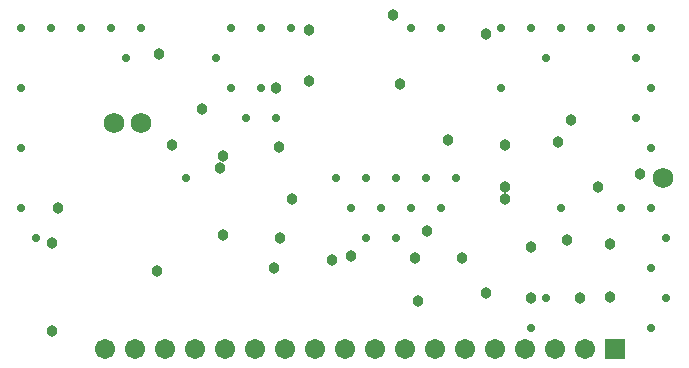
<source format=gbs>
%FSTAX23Y23*%
%MOIN*%
%SFA1B1*%

%IPPOS*%
%ADD57C,0.037992*%
%ADD58C,0.067047*%
%ADD59R,0.067047X0.067047*%
%ADD60C,0.067992*%
%ADD61C,0.027992*%
%LNtwo_ant_fpga_board-1*%
%LPD*%
G54D57*
X01825Y022D03*
X03025Y0189D03*
X034Y019D03*
X02305Y0253D03*
X0349Y0242D03*
X02375Y0211D03*
X02205Y0241D03*
X03315Y0223D03*
Y0227D03*
Y0241D03*
X03535Y02495D03*
X03625Y0227D03*
X0325Y0278D03*
X02965Y02615D03*
X0294Y02845D03*
X0266Y02795D03*
Y02625D03*
X0255Y026D03*
X0216Y02715D03*
X02365Y02335D03*
X02605Y0223D03*
X0256Y02405D03*
X02155Y0199D03*
X03665Y0208D03*
X0352Y02095D03*
X034Y0207D03*
X0317Y02035D03*
X03055Y02125D03*
X03015Y02035D03*
X01805Y0179D03*
Y02085D03*
X02738Y02026D03*
X02545Y02D03*
X03252Y01917D03*
X02565Y021D03*
X028Y0204D03*
X02375Y02375D03*
X03126Y02427D03*
X03765Y02315D03*
X03565Y019D03*
X03665Y01905D03*
G54D58*
X0198Y0173D03*
X0208D03*
X0218D03*
X0228D03*
X0238D03*
X0248D03*
X0258D03*
X0268D03*
X0278D03*
X0288D03*
X0298D03*
X0308D03*
X0318D03*
X0328D03*
X0338D03*
X0348D03*
X0358D03*
G54D59*
X0368Y0173D03*
G54D60*
X021Y02485D03*
X0201D03*
X0384Y023D03*
G54D61*
X038Y028D03*
Y026D03*
Y024D03*
Y022D03*
X0385Y021D03*
X038Y02D03*
X0385Y019D03*
X038Y018D03*
X037Y028D03*
X0375Y027D03*
Y025D03*
X037Y022D03*
X036Y028D03*
X035D03*
Y022D03*
X034Y028D03*
X0345Y027D03*
Y019D03*
X034Y018D03*
X033Y028D03*
Y026D03*
X031Y028D03*
X0315Y023D03*
X031Y022D03*
X03Y028D03*
X0305Y023D03*
X03Y022D03*
X0295Y023D03*
X029Y022D03*
X0295Y021D03*
X0285Y023D03*
X028Y022D03*
X0285Y021D03*
X0275Y023D03*
X026Y028D03*
X025D03*
Y026D03*
X0255Y025D03*
X024Y028D03*
Y026D03*
X0245Y025D03*
X0235Y027D03*
X0225Y023D03*
X021Y028D03*
X02D03*
X0205Y027D03*
X019Y028D03*
X018D03*
X017D03*
Y026D03*
Y024D03*
Y022D03*
X0175Y021D03*
M02*
</source>
